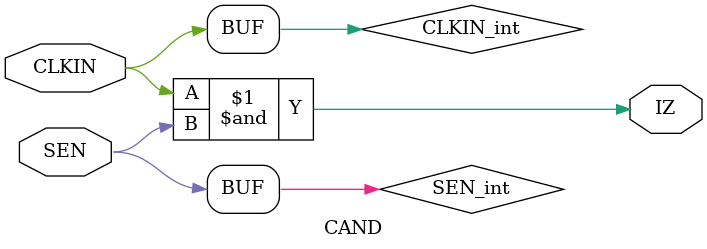
<source format=v>

`timescale 1ns/10ps

module CAND(SEN, CLKIN, IZ);
    input wire SEN, CLKIN;

    (* DELAY_CONST_SEN="1e-10" *)  // No timing for the select pin
    (* clkbuf_driver *)
    output wire IZ;

    wire SEN_int, CLKIN_int;
    buf SEN_buf (SEN_int, SEN) ;
    buf CLKIN_buf (CLKIN_int, CLKIN) ;
    specify
            if (SEN == 1'b1)
               (CLKIN => IZ) = (0,0);
       //(SEN => IZ) = (0,0);
    endspecify
    
    assign IZ = CLKIN_int & SEN_int; 

endmodule 

</source>
